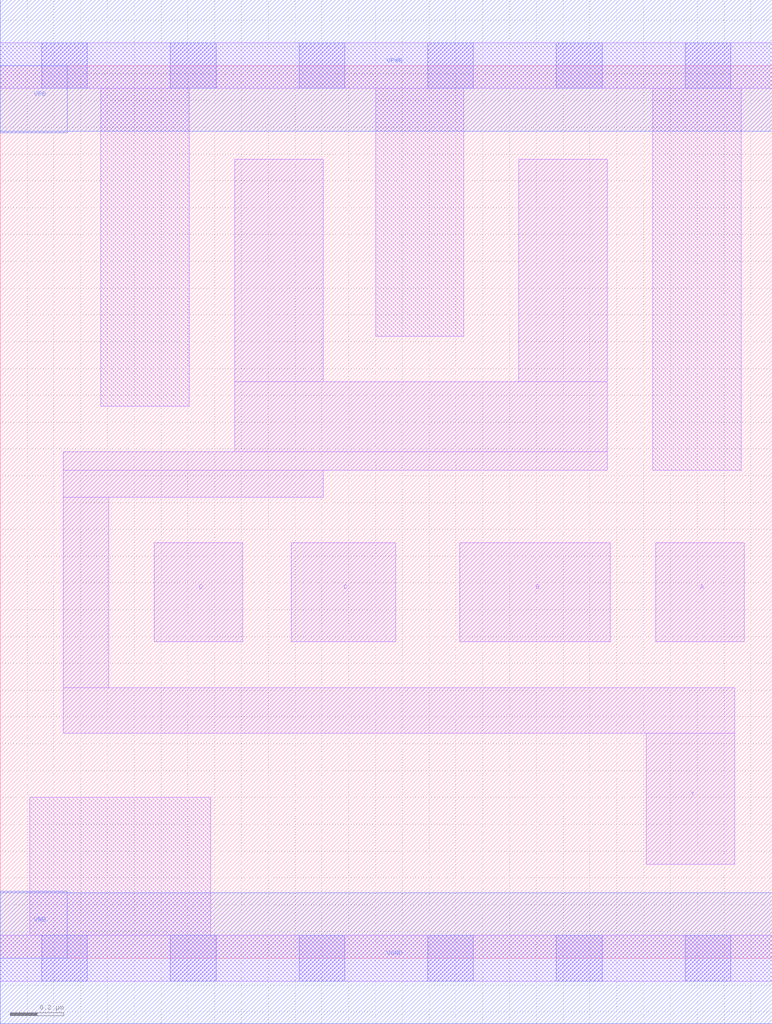
<source format=lef>
# Copyright 2020 The SkyWater PDK Authors
#
# Licensed under the Apache License, Version 2.0 (the "License");
# you may not use this file except in compliance with the License.
# You may obtain a copy of the License at
#
#     https://www.apache.org/licenses/LICENSE-2.0
#
# Unless required by applicable law or agreed to in writing, software
# distributed under the License is distributed on an "AS IS" BASIS,
# WITHOUT WARRANTIES OR CONDITIONS OF ANY KIND, either express or implied.
# See the License for the specific language governing permissions and
# limitations under the License.
#
# SPDX-License-Identifier: Apache-2.0

VERSION 5.5 ;
NAMESCASESENSITIVE ON ;
BUSBITCHARS "[]" ;
DIVIDERCHAR "/" ;
MACRO sky130_fd_sc_ms__nand4_1
  CLASS CORE ;
  SOURCE USER ;
  ORIGIN  0.000000  0.000000 ;
  SIZE  2.880000 BY  3.330000 ;
  SYMMETRY X Y ;
  SITE unit ;
  PIN A
    ANTENNAGATEAREA  0.279000 ;
    DIRECTION INPUT ;
    USE SIGNAL ;
    PORT
      LAYER li1 ;
        RECT 2.445000 1.180000 2.775000 1.550000 ;
    END
  END A
  PIN B
    ANTENNAGATEAREA  0.279000 ;
    DIRECTION INPUT ;
    USE SIGNAL ;
    PORT
      LAYER li1 ;
        RECT 1.715000 1.180000 2.275000 1.550000 ;
    END
  END B
  PIN C
    ANTENNAGATEAREA  0.279000 ;
    DIRECTION INPUT ;
    USE SIGNAL ;
    PORT
      LAYER li1 ;
        RECT 1.085000 1.180000 1.475000 1.550000 ;
    END
  END C
  PIN D
    ANTENNAGATEAREA  0.279000 ;
    DIRECTION INPUT ;
    USE SIGNAL ;
    PORT
      LAYER li1 ;
        RECT 0.575000 1.180000 0.905000 1.550000 ;
    END
  END D
  PIN Y
    ANTENNADIFFAREA  0.936500 ;
    DIRECTION OUTPUT ;
    USE SIGNAL ;
    PORT
      LAYER li1 ;
        RECT 0.235000 0.840000 2.740000 1.010000 ;
        RECT 0.235000 1.010000 0.405000 1.720000 ;
        RECT 0.235000 1.720000 1.205000 1.820000 ;
        RECT 0.235000 1.820000 2.265000 1.890000 ;
        RECT 0.875000 1.890000 2.265000 2.150000 ;
        RECT 0.875000 2.150000 1.205000 2.980000 ;
        RECT 1.935000 2.150000 2.265000 2.980000 ;
        RECT 2.410000 0.350000 2.740000 0.840000 ;
    END
  END Y
  PIN VGND
    DIRECTION INOUT ;
    USE GROUND ;
    PORT
      LAYER met1 ;
        RECT 0.000000 -0.245000 2.880000 0.245000 ;
    END
  END VGND
  PIN VNB
    DIRECTION INOUT ;
    USE GROUND ;
    PORT
      LAYER met1 ;
        RECT 0.000000 0.000000 0.250000 0.250000 ;
    END
  END VNB
  PIN VPB
    DIRECTION INOUT ;
    USE POWER ;
    PORT
      LAYER met1 ;
        RECT 0.000000 3.080000 0.250000 3.330000 ;
    END
  END VPB
  PIN VPWR
    DIRECTION INOUT ;
    USE POWER ;
    PORT
      LAYER met1 ;
        RECT 0.000000 3.085000 2.880000 3.575000 ;
    END
  END VPWR
  OBS
    LAYER li1 ;
      RECT 0.000000 -0.085000 2.880000 0.085000 ;
      RECT 0.000000  3.245000 2.880000 3.415000 ;
      RECT 0.110000  0.085000 0.785000 0.600000 ;
      RECT 0.375000  2.060000 0.705000 3.245000 ;
      RECT 1.400000  2.320000 1.730000 3.245000 ;
      RECT 2.435000  1.820000 2.765000 3.245000 ;
    LAYER mcon ;
      RECT 0.155000 -0.085000 0.325000 0.085000 ;
      RECT 0.155000  3.245000 0.325000 3.415000 ;
      RECT 0.635000 -0.085000 0.805000 0.085000 ;
      RECT 0.635000  3.245000 0.805000 3.415000 ;
      RECT 1.115000 -0.085000 1.285000 0.085000 ;
      RECT 1.115000  3.245000 1.285000 3.415000 ;
      RECT 1.595000 -0.085000 1.765000 0.085000 ;
      RECT 1.595000  3.245000 1.765000 3.415000 ;
      RECT 2.075000 -0.085000 2.245000 0.085000 ;
      RECT 2.075000  3.245000 2.245000 3.415000 ;
      RECT 2.555000 -0.085000 2.725000 0.085000 ;
      RECT 2.555000  3.245000 2.725000 3.415000 ;
  END
END sky130_fd_sc_ms__nand4_1

</source>
